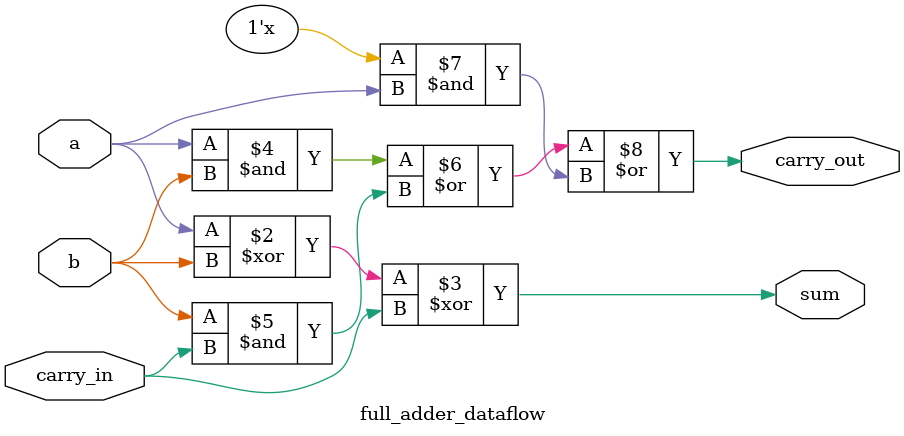
<source format=sv>
module full_adder_dataflow( output logic sum, 
			    output logic carry_out, 
			    input logic a, 
			    input logic b, 
			    input logic carry_in);
    always@(*)
        begin
            sum <= a ^ b ^ carry_in;
            carry_out <= (a & b)|(b & carry_in)|(carry_out & a);
        end

endmodule

</source>
